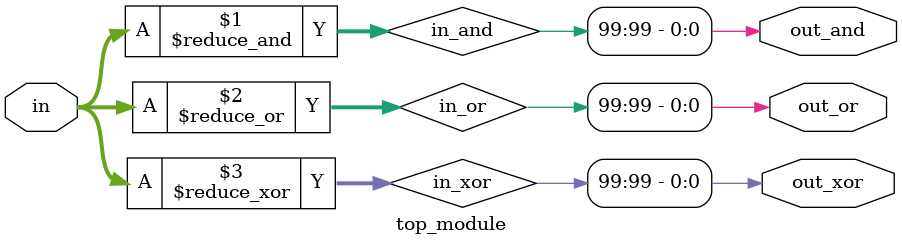
<source format=sv>
module top_module (
	input [99:0] in,
	output out_and,
	output out_or,
	output out_xor
);

wire [99:0] in_and;        // wire for AND gate input
wire [99:0] in_or;         // wire for OR gate input
wire [99:0] in_xor;        // wire for XOR gate input

assign in_and = &in;       // perform AND operation on input
assign in_or = |in;        // perform OR operation on input
assign in_xor = ^in;       // perform XOR operation on input

assign out_and = in_and[99];     // assign the output of AND gate
assign out_or = in_or[99];       // assign the output of OR gate
assign out_xor = in_xor[99];     // assign the output of XOR gate

endmodule

</source>
